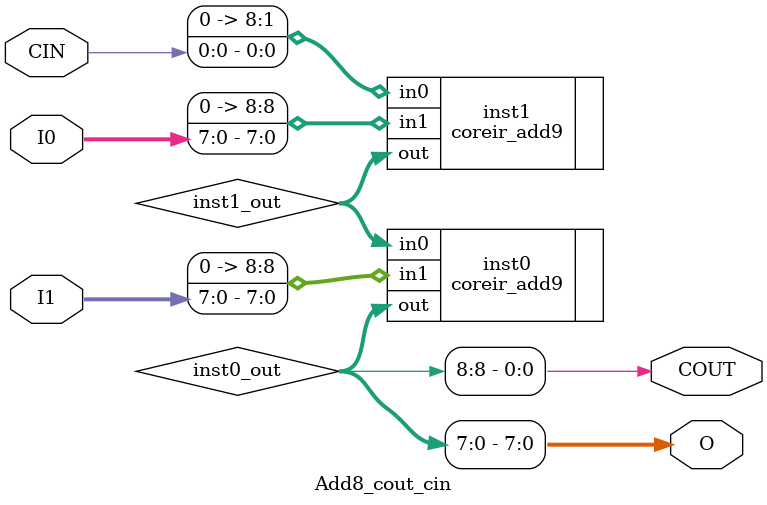
<source format=v>
module Add8_cout_cin (input [7:0] I0, input [7:0] I1, output [7:0] O, output  COUT, input  CIN);
wire [8:0] inst0_out;
wire [8:0] inst1_out;
coreir_add9 inst0 (.in0(inst1_out), .in1({1'b0,I1[7],I1[6],I1[5],I1[4],I1[3],I1[2],I1[1],I1[0]}), .out(inst0_out));
coreir_add9 inst1 (.in0({1'b0,1'b0,1'b0,1'b0,1'b0,1'b0,1'b0,1'b0,CIN}), .in1({1'b0,I0[7],I0[6],I0[5],I0[4],I0[3],I0[2],I0[1],I0[0]}), .out(inst1_out));
assign O = {inst0_out[7],inst0_out[6],inst0_out[5],inst0_out[4],inst0_out[3],inst0_out[2],inst0_out[1],inst0_out[0]};
assign COUT = inst0_out[8];
endmodule


</source>
